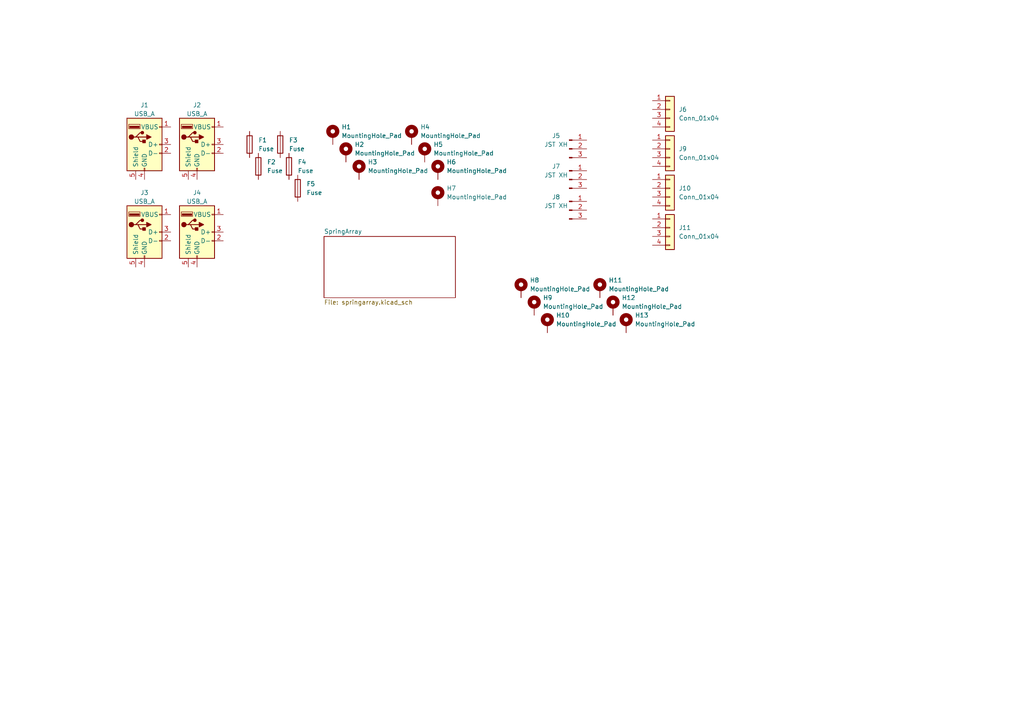
<source format=kicad_sch>
(kicad_sch (version 20230121) (generator eeschema)
  (paper "A4")
  (lib_symbols
    (symbol "Connector:Conn_01x03_Pin" (pin_names (offset 1.016) hide)
      (property "Reference" "J" (at 0 5.08 0))
      (property "Value" "Conn_01x03_Pin" (at 0 -5.08 0))
      (symbol "Conn_01x03_Pin_1_1"
        (polyline (pts (xy 1.27 -2.54) (xy 0.8636 -2.54)) (stroke (width 0.1524)))
        (polyline (pts (xy 1.27 0) (xy 0.8636 0)) (stroke (width 0.1524)))
        (polyline (pts (xy 1.27 2.54) (xy 0.8636 2.54)) (stroke (width 0.1524)))
        (rectangle (start 0.8636 -2.413) (end 0 -2.667) (stroke (width 0.1524)) (fill (type outline)))
        (rectangle (start 0.8636 0.127) (end 0 -0.127) (stroke (width 0.1524)) (fill (type outline)))
        (rectangle (start 0.8636 2.667) (end 0 2.413) (stroke (width 0.1524)) (fill (type outline)))
        (pin passive line (at 5.08 2.54 180) (length 3.81) (name "Pin_1") (number "1"))
        (pin passive line (at 5.08 0 180) (length 3.81) (name "Pin_2") (number "2"))
        (pin passive line (at 5.08 -2.54 180) (length 3.81) (name "Pin_3") (number "3"))
      )
    )
    (symbol "Connector:USB_A" (pin_names (offset 1.016))
      (property "Reference" "J" (at -5.08 11.43 0))
      (property "Value" "USB_A" (at -5.08 8.89 0))
      (symbol "USB_A_0_1"
        (rectangle (start -5.08 -7.62) (end 5.08 7.62) (stroke (width 0.254)) (fill (type background)))
        (circle (center -3.81 2.159) (radius 0.635) (stroke (width 0.254)) (fill (type outline)))
        (rectangle (start -1.524 4.826) (end -4.318 5.334) (fill (type outline)))
        (rectangle (start -1.27 4.572) (end -4.572 5.842))
        (circle (center -0.635 3.429) (radius 0.381) (stroke (width 0.254)) (fill (type outline)))
        (rectangle (start -0.127 -7.62) (end 0.127 -6.858))
        (polyline (pts (xy -3.175 2.159) (xy -2.54 2.159) (xy -1.27 3.429) (xy -0.635 3.429)) (stroke (width 0.254)))
        (polyline (pts (xy -2.54 2.159) (xy -1.905 2.159) (xy -1.27 0.889) (xy 0 0.889)) (stroke (width 0.254)))
        (polyline (pts (xy 0.635 2.794) (xy 0.635 1.524) (xy 1.905 2.159) (xy 0.635 2.794)) (stroke (width 0.254)) (fill (type outline)))
        (rectangle (start 0.254 1.27) (end -0.508 0.508) (stroke (width 0.254)) (fill (type outline)))
        (rectangle (start 5.08 -2.667) (end 4.318 -2.413))
        (rectangle (start 5.08 -0.127) (end 4.318 0.127))
        (rectangle (start 5.08 4.953) (end 4.318 5.207))
      )
      (symbol "USB_A_1_1"
        (polyline (pts (xy -1.905 2.159) (xy 0.635 2.159)) (stroke (width 0.254)))
        (pin power_in line (at 7.62 5.08 180) (length 2.54) (name "VBUS") (number "1"))
        (pin bidirectional line (at 7.62 -2.54 180) (length 2.54) (name "D-") (number "2"))
        (pin bidirectional line (at 7.62 0 180) (length 2.54) (name "D+") (number "3"))
        (pin power_in line (at 0 -10.16 90) (length 2.54) (name "GND") (number "4"))
        (pin passive line (at -2.54 -10.16 90) (length 2.54) (name "Shield") (number "5"))
      )
    )
    (symbol "Connector_Generic:Conn_01x04" (pin_names (offset 1.016) hide)
      (property "Reference" "J" (at 0 5.08 0))
      (property "Value" "Conn_01x04" (at 0 -7.62 0))
      (symbol "Conn_01x04_1_1"
        (rectangle (start -1.27 -4.953) (end 0 -5.207) (stroke (width 0.1524)))
        (rectangle (start -1.27 -2.413) (end 0 -2.667) (stroke (width 0.1524)))
        (rectangle (start -1.27 0.127) (end 0 -0.127) (stroke (width 0.1524)))
        (rectangle (start -1.27 2.667) (end 0 2.413) (stroke (width 0.1524)))
        (rectangle (start -1.27 3.81) (end 1.27 -6.35) (stroke (width 0.254)) (fill (type background)))
        (pin passive line (at -5.08 2.54 0) (length 3.81) (name "Pin_1") (number "1"))
        (pin passive line (at -5.08 0 0) (length 3.81) (name "Pin_2") (number "2"))
        (pin passive line (at -5.08 -2.54 0) (length 3.81) (name "Pin_3") (number "3"))
        (pin passive line (at -5.08 -5.08 0) (length 3.81) (name "Pin_4") (number "4"))
      )
    )
    (symbol "Device:Fuse" (pin_numbers hide) (pin_names (offset 0))
      (property "Reference" "F" (at 2.032 0 90))
      (property "Value" "Fuse" (at -1.905 0 90))
      (symbol "Fuse_0_1"
        (rectangle (start -0.762 -2.54) (end 0.762 2.54) (stroke (width 0.254)))
        (polyline (pts (xy 0 2.54) (xy 0 -2.54)))
      )
      (symbol "Fuse_1_1"
        (pin passive line (at 0 3.81 270) (length 1.27) (name "~") (number "1"))
        (pin passive line (at 0 -3.81 90) (length 1.27) (name "~") (number "2"))
      )
    )
    (symbol "Mechanical:MountingHole_Pad" (pin_numbers hide) (pin_names (offset 1.016) hide)
      (property "Reference" "H" (at 0 6.35 0))
      (property "Value" "MountingHole_Pad" (at 0 4.445 0))
      (symbol "MountingHole_Pad_0_1"
        (circle (center 0 1.27) (radius 1.27) (stroke (width 1.27)))
      )
      (symbol "MountingHole_Pad_1_1"
        (pin input line (at 0 -2.54 90) (length 2.54) (name "1") (number "1"))
      )
    )
  )
  (symbol (lib_id "Connector:USB_A") (at 57.15 67.31 0) (unit 1)
    (property "Reference" "J4" (at 57.15 55.88 0))
    (property "Value" "USB_A" (at 57.15 58.42 0))
    (property "Footprint" "corevus:Jing_USB-A_906-761" (effects hide))
    (property "Datasheet" " ~" (effects hide))
  )
  (symbol (lib_id "Connector:USB_A") (at 41.91 41.91 0) (unit 1)
    (property "Reference" "J1" (at 41.91 30.48 0))
    (property "Value" "USB_A" (at 41.91 33.02 0))
    (property "Footprint" "corevus:Jing_USB-A_906-761" (effects hide))
    (property "Datasheet" " ~" (effects hide))
  )
  (symbol (lib_id "Device:Fuse") (at 72.39 41.91 0) (unit 1)
    (property "Reference" "F1" (at 74.93 40.64 0) (effects (justify left)))
    (property "Value" "Fuse" (at 74.93 43.18 0) (effects (justify left)))
    (property "Footprint" "corevus:XF-505P" (effects hide))
  )
  (symbol (lib_id "Mechanical:MountingHole_Pad") (at 104.14 49.53 0) (unit 1)
    (property "Reference" "H3" (at 106.68 46.99 0) (effects (justify left)))
    (property "Value" "MountingHole_Pad" (at 106.68 49.53 0) (effects (justify left)))
    (property "Footprint" "corevus:MountingHole_M3_Driver" (effects hide))
  )
  (symbol (lib_id "Connector:USB_A") (at 41.91 67.31 0) (unit 1)
    (property "Reference" "J3" (at 41.91 55.88 0))
    (property "Value" "USB_A" (at 41.91 58.42 0))
    (property "Footprint" "corevus:Jing_USB-A_906-761" (effects hide))
    (property "Datasheet" " ~" (effects hide))
  )
  (symbol (lib_id "Device:Fuse") (at 74.93 48.26 0) (unit 1)
    (property "Reference" "F2" (at 77.47 46.99 0) (effects (justify left)))
    (property "Value" "Fuse" (at 77.47 49.53 0) (effects (justify left)))
    (property "Footprint" "corevus:XF-505P" (effects hide))
  )
  (symbol (lib_id "Connector:Conn_01x03_Pin") (at 165.1 60.96 0) (unit 1)
    (property "Reference" "J8" (at 161.29 57.15 0))
    (property "Value" "JST XH" (at 161.29 59.69 0))
    (property "Footprint" "corevus:JST_XH_1x03" (effects hide))
  )
  (symbol (lib_id "Mechanical:MountingHole_Pad") (at 181.61 93.98 0) (unit 1)
    (property "Reference" "H13" (at 184.15 91.44 0) (effects (justify left)))
    (property "Value" "MountingHole_Pad" (at 184.15 93.98 0) (effects (justify left)))
    (property "Footprint" "corevus:M3_M2.5_PCB_Nut" (effects hide))
  )
  (symbol (lib_id "Connector_Generic:Conn_01x04") (at 194.31 43.18 0) (unit 1)
    (property "Reference" "J9" (at 196.85 43.18 0) (effects (justify left)))
    (property "Value" "Conn_01x04" (at 196.85 45.72 0) (effects (justify left)))
    (property "Footprint" "corevus:XKB_X3025WRS-04C" (effects hide))
  )
  (symbol (lib_id "Device:Fuse") (at 86.36 54.61 0) (unit 1)
    (property "Reference" "F5" (at 88.9 53.34 0) (effects (justify left)))
    (property "Value" "Fuse" (at 88.9 55.88 0) (effects (justify left)))
    (property "Footprint" "corevus:XF-505P" (effects hide))
  )
  (symbol (lib_id "Connector:Conn_01x03_Pin") (at 165.1 43.18 0) (unit 1)
    (property "Reference" "J5" (at 161.29 39.37 0))
    (property "Value" "JST XH" (at 161.29 41.91 0))
    (property "Footprint" "corevus:JST_XH_1x03" (effects hide))
  )
  (symbol (lib_id "Mechanical:MountingHole_Pad") (at 119.38 39.37 0) (unit 1)
    (property "Reference" "H4" (at 121.92 36.83 0) (effects (justify left)))
    (property "Value" "MountingHole_Pad" (at 121.92 39.37 0) (effects (justify left)))
    (property "Footprint" "corevus:MountingHole_M3_Driver" (effects hide))
  )
  (symbol (lib_id "Device:Fuse") (at 83.82 48.26 0) (unit 1)
    (property "Reference" "F4" (at 86.36 46.99 0) (effects (justify left)))
    (property "Value" "Fuse" (at 86.36 49.53 0) (effects (justify left)))
    (property "Footprint" "corevus:XF-505P" (effects hide))
  )
  (symbol (lib_id "Connector:USB_A") (at 57.15 41.91 0) (unit 1)
    (property "Reference" "J2" (at 57.15 30.48 0))
    (property "Value" "USB_A" (at 57.15 33.02 0))
    (property "Footprint" "corevus:Jing_USB-A_906-761" (effects hide))
    (property "Datasheet" " ~" (effects hide))
  )
  (symbol (lib_id "Mechanical:MountingHole_Pad") (at 100.33 44.45 0) (unit 1)
    (property "Reference" "H2" (at 102.87 41.91 0) (effects (justify left)))
    (property "Value" "MountingHole_Pad" (at 102.87 44.45 0) (effects (justify left)))
    (property "Footprint" "corevus:MountingHole_M3_Driver" (effects hide))
  )
  (symbol (lib_id "Device:Fuse") (at 81.28 41.91 0) (unit 1)
    (property "Reference" "F3" (at 83.82 40.64 0) (effects (justify left)))
    (property "Value" "Fuse" (at 83.82 43.18 0) (effects (justify left)))
    (property "Footprint" "corevus:XF-505P" (effects hide))
  )
  (symbol (lib_id "Mechanical:MountingHole_Pad") (at 127 49.53 0) (unit 1)
    (property "Reference" "H6" (at 129.54 46.99 0) (effects (justify left)))
    (property "Value" "MountingHole_Pad" (at 129.54 49.53 0) (effects (justify left)))
    (property "Footprint" "corevus:MountingHole_M3_Driver" (effects hide))
  )
  (symbol (lib_id "Mechanical:MountingHole_Pad") (at 177.8 88.9 0) (unit 1)
    (property "Reference" "H12" (at 180.34 86.36 0) (effects (justify left)))
    (property "Value" "MountingHole_Pad" (at 180.34 88.9 0) (effects (justify left)))
    (property "Footprint" "corevus:M3_M2.5_PCB_Nut" (effects hide))
  )
  (symbol (lib_id "Mechanical:MountingHole_Pad") (at 123.19 44.45 0) (unit 1)
    (property "Reference" "H5" (at 125.73 41.91 0) (effects (justify left)))
    (property "Value" "MountingHole_Pad" (at 125.73 44.45 0) (effects (justify left)))
    (property "Footprint" "corevus:MountingHole_M3_Driver" (effects hide))
  )
  (symbol (lib_id "Connector_Generic:Conn_01x04") (at 194.31 31.75 0) (unit 1)
    (property "Reference" "J6" (at 196.85 31.75 0) (effects (justify left)))
    (property "Value" "Conn_01x04" (at 196.85 34.29 0) (effects (justify left)))
    (property "Footprint" "corevus:XKB_X3025WRS-04C" (effects hide))
  )
  (symbol (lib_id "Mechanical:MountingHole_Pad") (at 127 57.15 0) (unit 1)
    (property "Reference" "H7" (at 129.54 54.61 0) (effects (justify left)))
    (property "Value" "MountingHole_Pad" (at 129.54 57.15 0) (effects (justify left)))
    (property "Footprint" "corevus:MountingHole_M3_Driver" (effects hide))
  )
  (symbol (lib_id "Mechanical:MountingHole_Pad") (at 151.13 83.82 0) (unit 1)
    (property "Reference" "H8" (at 153.67 81.28 0) (effects (justify left)))
    (property "Value" "MountingHole_Pad" (at 153.67 83.82 0) (effects (justify left)))
    (property "Footprint" "corevus:M3_M2.5_PCB_Nut" (effects hide))
  )
  (symbol (lib_id "Mechanical:MountingHole_Pad") (at 154.94 88.9 0) (unit 1)
    (property "Reference" "H9" (at 157.48 86.36 0) (effects (justify left)))
    (property "Value" "MountingHole_Pad" (at 157.48 88.9 0) (effects (justify left)))
    (property "Footprint" "corevus:M3_M2.5_PCB_Nut" (effects hide))
  )
  (symbol (lib_id "Connector_Generic:Conn_01x04") (at 194.31 66.04 0) (unit 1)
    (property "Reference" "J11" (at 196.85 66.04 0) (effects (justify left)))
    (property "Value" "Conn_01x04" (at 196.85 68.58 0) (effects (justify left)))
    (property "Footprint" "corevus:XKB_X3025WRS-04C" (effects hide))
  )
  (symbol (lib_id "Mechanical:MountingHole_Pad") (at 96.52 39.37 0) (unit 1)
    (property "Reference" "H1" (at 99.06 36.83 0) (effects (justify left)))
    (property "Value" "MountingHole_Pad" (at 99.06 39.37 0) (effects (justify left)))
    (property "Footprint" "corevus:MountingHole_M3_Driver" (effects hide))
  )
  (symbol (lib_id "Connector:Conn_01x03_Pin") (at 165.1 52.07 0) (unit 1)
    (property "Reference" "J7" (at 161.29 48.26 0))
    (property "Value" "JST XH" (at 161.29 50.8 0))
    (property "Footprint" "corevus:JST_XH_1x03" (effects hide))
  )
  (symbol (lib_id "Mechanical:MountingHole_Pad") (at 173.99 83.82 0) (unit 1)
    (property "Reference" "H11" (at 176.53 81.28 0) (effects (justify left)))
    (property "Value" "MountingHole_Pad" (at 176.53 83.82 0) (effects (justify left)))
    (property "Footprint" "corevus:M3_M2.5_PCB_Nut" (effects hide))
  )
  (symbol (lib_id "Connector_Generic:Conn_01x04") (at 194.31 54.61 0) (unit 1)
    (property "Reference" "J10" (at 196.85 54.61 0) (effects (justify left)))
    (property "Value" "Conn_01x04" (at 196.85 57.15 0) (effects (justify left)))
    (property "Footprint" "corevus:XKB_X3025WRS-04C" (effects hide))
  )
  (symbol (lib_id "Mechanical:MountingHole_Pad") (at 158.75 93.98 0) (unit 1)
    (property "Reference" "H10" (at 161.29 91.44 0) (effects (justify left)))
    (property "Value" "MountingHole_Pad" (at 161.29 93.98 0) (effects (justify left)))
    (property "Footprint" "corevus:M3_M2.5_PCB_Nut" (effects hide))
  )
  (sheet (at 93.98 68.58) (size 38.1 17.78) (stroke (width 0.1524))
    (property "Sheetname" "SpringArray" (at 93.98 67.8684 0) (effects (justify left bottom)))
    (property "Sheetfile" "springarray.kicad_sch" (at 93.98 86.9446 0) (effects (justify left top)))
  )
)
</source>
